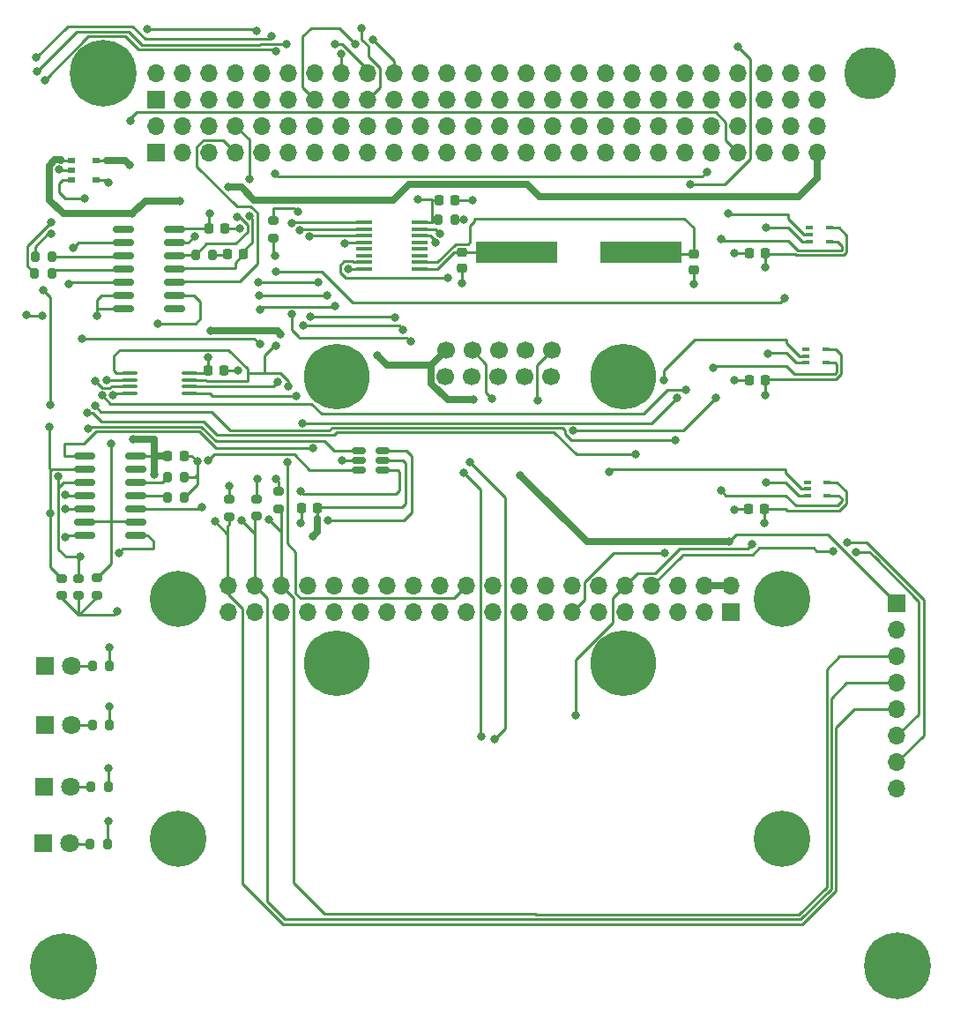
<source format=gtl>
%TF.GenerationSoftware,KiCad,Pcbnew,(6.0.5-0)*%
%TF.CreationDate,2022-05-22T21:55:59-04:00*%
%TF.ProjectId,Payload Board,5061796c-6f61-4642-9042-6f6172642e6b,rev?*%
%TF.SameCoordinates,Original*%
%TF.FileFunction,Copper,L1,Top*%
%TF.FilePolarity,Positive*%
%FSLAX46Y46*%
G04 Gerber Fmt 4.6, Leading zero omitted, Abs format (unit mm)*
G04 Created by KiCad (PCBNEW (6.0.5-0)) date 2022-05-22 21:55:59*
%MOMM*%
%LPD*%
G01*
G04 APERTURE LIST*
G04 Aperture macros list*
%AMRoundRect*
0 Rectangle with rounded corners*
0 $1 Rounding radius*
0 $2 $3 $4 $5 $6 $7 $8 $9 X,Y pos of 4 corners*
0 Add a 4 corners polygon primitive as box body*
4,1,4,$2,$3,$4,$5,$6,$7,$8,$9,$2,$3,0*
0 Add four circle primitives for the rounded corners*
1,1,$1+$1,$2,$3*
1,1,$1+$1,$4,$5*
1,1,$1+$1,$6,$7*
1,1,$1+$1,$8,$9*
0 Add four rect primitives between the rounded corners*
20,1,$1+$1,$2,$3,$4,$5,0*
20,1,$1+$1,$4,$5,$6,$7,0*
20,1,$1+$1,$6,$7,$8,$9,0*
20,1,$1+$1,$8,$9,$2,$3,0*%
G04 Aperture macros list end*
%TA.AperFunction,SMDPad,CuDef*%
%ADD10R,0.650000X0.400000*%
%TD*%
%TA.AperFunction,SMDPad,CuDef*%
%ADD11R,1.600000X0.410000*%
%TD*%
%TA.AperFunction,SMDPad,CuDef*%
%ADD12RoundRect,0.100000X-0.637500X-0.100000X0.637500X-0.100000X0.637500X0.100000X-0.637500X0.100000X0*%
%TD*%
%TA.AperFunction,SMDPad,CuDef*%
%ADD13RoundRect,0.150000X-0.825000X-0.150000X0.825000X-0.150000X0.825000X0.150000X-0.825000X0.150000X0*%
%TD*%
%TA.AperFunction,ComponentPad*%
%ADD14C,5.400000*%
%TD*%
%TA.AperFunction,ComponentPad*%
%ADD15R,1.700000X1.700000*%
%TD*%
%TA.AperFunction,ComponentPad*%
%ADD16O,1.700000X1.700000*%
%TD*%
%TA.AperFunction,ComponentPad*%
%ADD17C,1.700000*%
%TD*%
%TA.AperFunction,ComponentPad*%
%ADD18C,6.300000*%
%TD*%
%TA.AperFunction,SMDPad,CuDef*%
%ADD19R,7.875000X2.000000*%
%TD*%
%TA.AperFunction,SMDPad,CuDef*%
%ADD20RoundRect,0.200000X-0.200000X-0.275000X0.200000X-0.275000X0.200000X0.275000X-0.200000X0.275000X0*%
%TD*%
%TA.AperFunction,SMDPad,CuDef*%
%ADD21RoundRect,0.225000X0.225000X0.250000X-0.225000X0.250000X-0.225000X-0.250000X0.225000X-0.250000X0*%
%TD*%
%TA.AperFunction,SMDPad,CuDef*%
%ADD22RoundRect,0.225000X-0.250000X0.225000X-0.250000X-0.225000X0.250000X-0.225000X0.250000X0.225000X0*%
%TD*%
%TA.AperFunction,SMDPad,CuDef*%
%ADD23RoundRect,0.225000X-0.225000X-0.250000X0.225000X-0.250000X0.225000X0.250000X-0.225000X0.250000X0*%
%TD*%
%TA.AperFunction,SMDPad,CuDef*%
%ADD24RoundRect,0.200000X-0.275000X0.200000X-0.275000X-0.200000X0.275000X-0.200000X0.275000X0.200000X0*%
%TD*%
%TA.AperFunction,SMDPad,CuDef*%
%ADD25RoundRect,0.200000X0.275000X-0.200000X0.275000X0.200000X-0.275000X0.200000X-0.275000X-0.200000X0*%
%TD*%
%TA.AperFunction,SMDPad,CuDef*%
%ADD26RoundRect,0.200000X0.200000X0.275000X-0.200000X0.275000X-0.200000X-0.275000X0.200000X-0.275000X0*%
%TD*%
%TA.AperFunction,ComponentPad*%
%ADD27C,5.000000*%
%TD*%
%TA.AperFunction,ComponentPad*%
%ADD28C,6.400000*%
%TD*%
%TA.AperFunction,ComponentPad*%
%ADD29R,1.800000X1.800000*%
%TD*%
%TA.AperFunction,ComponentPad*%
%ADD30C,1.800000*%
%TD*%
%TA.AperFunction,SMDPad,CuDef*%
%ADD31R,0.700000X0.510000*%
%TD*%
%TA.AperFunction,SMDPad,CuDef*%
%ADD32RoundRect,0.150000X-0.512500X-0.150000X0.512500X-0.150000X0.512500X0.150000X-0.512500X0.150000X0*%
%TD*%
%TA.AperFunction,ViaPad*%
%ADD33C,0.800000*%
%TD*%
%TA.AperFunction,Conductor*%
%ADD34C,0.250000*%
%TD*%
%TA.AperFunction,Conductor*%
%ADD35C,0.635000*%
%TD*%
%TA.AperFunction,Conductor*%
%ADD36C,0.254000*%
%TD*%
G04 APERTURE END LIST*
D10*
%TO.P,U2,1,NC*%
%TO.N,unconnected-(U2-Pad1)*%
X128190000Y-75290000D03*
%TO.P,U2,2,A*%
%TO.N,BCM_22*%
X128190000Y-75940000D03*
%TO.P,U2,3,GND*%
%TO.N,GND*%
X128190000Y-76590000D03*
%TO.P,U2,4,y*%
%TO.N,H2_9*%
X130090000Y-76590000D03*
%TO.P,U2,5,Vcc*%
%TO.N,+3V3*%
X130090000Y-75290000D03*
%TD*%
%TO.P,U3,1,NC*%
%TO.N,unconnected-(U3-Pad1)*%
X127830000Y-86960000D03*
%TO.P,U3,2,A*%
%TO.N,BCM_27*%
X127830000Y-87610000D03*
%TO.P,U3,3,GND*%
%TO.N,GND*%
X127830000Y-88260000D03*
%TO.P,U3,4,y*%
%TO.N,H2_11*%
X129730000Y-88260000D03*
%TO.P,U3,5,Vcc*%
%TO.N,+3V3*%
X129730000Y-86960000D03*
%TD*%
D11*
%TO.P,U5,1,DIN*%
%TO.N,BCM_11_(SCLK)*%
X85435700Y-74777500D03*
%TO.P,U5,2,DOUT*%
%TO.N,BCM_9_(MISO)*%
X85435700Y-75412500D03*
%TO.P,U5,3,SCLK*%
%TO.N,BCM_10_(MOSI)*%
X85435700Y-76047500D03*
%TO.P,U5,4,\u002AC5*%
%TO.N,BCM_8_(CE0)*%
X85435700Y-76682500D03*
%TO.P,U5,5,NC*%
%TO.N,unconnected-(U5-Pad5)*%
X85435700Y-77317500D03*
%TO.P,U5,6,\u002AIRQ*%
%TO.N,unconnected-(U5-Pad6)*%
X85435700Y-77952500D03*
%TO.P,U5,7,\u002ASHDN*%
%TO.N,Net-(R5-Pad1)*%
X85435700Y-78587500D03*
%TO.P,U5,8,GND*%
%TO.N,GND*%
X85435700Y-79222500D03*
%TO.P,U5,9,X2*%
%TO.N,Net-(C4-Pad1)*%
X90744300Y-79222500D03*
%TO.P,U5,10,X1*%
%TO.N,Net-(C6-Pad1)*%
X90744300Y-78587500D03*
%TO.P,U5,11,\u002ACTS*%
%TO.N,unconnected-(U5-Pad11)*%
X90744300Y-77952500D03*
%TO.P,U5,12,NC*%
%TO.N,unconnected-(U5-Pad12)*%
X90744300Y-77317500D03*
%TO.P,U5,13,\u002ARTS*%
%TO.N,unconnected-(U5-Pad13)*%
X90744300Y-76682500D03*
%TO.P,U5,14,Rx*%
%TO.N,Rx*%
X90744300Y-76047500D03*
%TO.P,U5,15,Tx*%
%TO.N,Tx*%
X90744300Y-75412500D03*
%TO.P,U5,16,Vcc*%
%TO.N,+3V3*%
X90744300Y-74777500D03*
%TD*%
D12*
%TO.P,U6,1,1OE*%
%TO.N,BCM_25*%
X62877500Y-89245000D03*
%TO.P,U6,2,1A*%
%TO.N,BCM_2_(SDA)*%
X62877500Y-89895000D03*
%TO.P,U6,3,1B*%
%TO.N,H1_45*%
X62877500Y-90545000D03*
%TO.P,U6,4,GND*%
%TO.N,GND*%
X62877500Y-91195000D03*
%TO.P,U6,5,2A*%
%TO.N,BCM_3_(SCL)*%
X68602500Y-91195000D03*
%TO.P,U6,6,2B*%
%TO.N,H1_47*%
X68602500Y-90545000D03*
%TO.P,U6,7,2OE*%
%TO.N,BCM_25*%
X68602500Y-89895000D03*
%TO.P,U6,8,Vcc*%
%TO.N,+3V3*%
X68602500Y-89245000D03*
%TD*%
D13*
%TO.P,U8,1,NC*%
%TO.N,unconnected-(U8-Pad1)*%
X62285000Y-75450000D03*
%TO.P,U8,2,R*%
%TO.N,BCM_15_(RxD)*%
X62285000Y-76720000D03*
%TO.P,U8,3,RE*%
%TO.N,Net-(R6-Pad2)*%
X62285000Y-77990000D03*
%TO.P,U8,4,DE*%
%TO.N,Net-(R7-Pad2)*%
X62285000Y-79260000D03*
%TO.P,U8,5,D*%
%TO.N,BCM_14_(TxD)*%
X62285000Y-80530000D03*
%TO.P,U8,6,GND*%
%TO.N,GND*%
X62285000Y-81800000D03*
%TO.P,U8,7,GND*%
X62285000Y-83070000D03*
%TO.P,U8,8,NC*%
%TO.N,unconnected-(U8-Pad8)*%
X67235000Y-83070000D03*
%TO.P,U8,9,Y*%
%TO.N,H1_5*%
X67235000Y-81800000D03*
%TO.P,U8,10,Z*%
%TO.N,H1_7*%
X67235000Y-80530000D03*
%TO.P,U8,11,B*%
%TO.N,H1_8*%
X67235000Y-79260000D03*
%TO.P,U8,12,A*%
%TO.N,H1_6*%
X67235000Y-77990000D03*
%TO.P,U8,13,Vcc*%
%TO.N,+3V3*%
X67235000Y-76720000D03*
%TO.P,U8,14,Vcc*%
X67235000Y-75450000D03*
%TD*%
D14*
%TO.P,U1,*%
%TO.N,*%
X125500000Y-133950000D03*
X67500000Y-110950000D03*
X67500000Y-133950000D03*
X125500000Y-110950000D03*
D15*
%TO.P,U1,1,3V3_power*%
%TO.N,+3V3*%
X120630000Y-112220000D03*
D16*
%TO.P,U1,2,5vV_Power*%
%TO.N,+5V*%
X120630000Y-109680000D03*
%TO.P,U1,3,BCM_2_(SDA)*%
%TO.N,BCM_2_(SDA)*%
X118090000Y-112220000D03*
%TO.P,U1,4,5vV_Power*%
%TO.N,+5V*%
X118090000Y-109680000D03*
%TO.P,U1,5,BCM_3_(SCL)*%
%TO.N,BCM_3_(SCL)*%
X115550000Y-112220000D03*
%TO.P,U1,6,GND*%
%TO.N,GND*%
X115550000Y-109680000D03*
%TO.P,U1,7,BCM_4_(GPCLKO)*%
%TO.N,unconnected-(U1-Pad7)*%
X113010000Y-112220000D03*
%TO.P,U1,8,BCM_14_(TxD)*%
%TO.N,BCM_14_(TxD)*%
X113010000Y-109680000D03*
%TO.P,U1,9,GND*%
%TO.N,GND*%
X110470000Y-112220000D03*
%TO.P,U1,10,BCM_15_(RxD)*%
%TO.N,BCM_15_(RxD)*%
X110470000Y-109680000D03*
%TO.P,U1,11,BCM_17*%
%TO.N,BCM_17*%
X107930000Y-112220000D03*
%TO.P,U1,12,BCM_18_(PWMO)*%
%TO.N,unconnected-(U1-Pad12)*%
X107930000Y-109680000D03*
%TO.P,U1,13,BCM_27*%
%TO.N,BCM_27*%
X105390000Y-112220000D03*
%TO.P,U1,14,GND*%
%TO.N,GND*%
X105390000Y-109680000D03*
%TO.P,U1,15,BCM_22*%
%TO.N,BCM_22*%
X102850000Y-112220000D03*
%TO.P,U1,16,BCM_23*%
%TO.N,BCM_23*%
X102850000Y-109680000D03*
%TO.P,U1,17,3V3_power*%
%TO.N,+3V3*%
X100310000Y-112220000D03*
%TO.P,U1,18,BCM_24*%
%TO.N,unconnected-(U1-Pad18)*%
X100310000Y-109680000D03*
%TO.P,U1,19,BCM_10_(MOSI)*%
%TO.N,BCM_10_(MOSI)*%
X97770000Y-112220000D03*
%TO.P,U1,20,GND*%
%TO.N,GND*%
X97770000Y-109680000D03*
%TO.P,U1,21,BCM_9_(MISO)*%
%TO.N,BCM_9_(MISO)*%
X95230000Y-112220000D03*
%TO.P,U1,22,BCM_25*%
%TO.N,BCM_25*%
X95230000Y-109680000D03*
%TO.P,U1,23,BCM_11_(SCLK)*%
%TO.N,BCM_11_(SCLK)*%
X92690000Y-112220000D03*
%TO.P,U1,24,BCM_8_(CE0)*%
%TO.N,BCM_8_(CE0)*%
X92690000Y-109680000D03*
%TO.P,U1,25,GND*%
%TO.N,GND*%
X90150000Y-112220000D03*
%TO.P,U1,26,BCM_7_(CE1)*%
%TO.N,unconnected-(U1-Pad26)*%
X90150000Y-109680000D03*
%TO.P,U1,27,BCM_0_(ID_SD)*%
%TO.N,unconnected-(U1-Pad27)*%
X87610000Y-112220000D03*
%TO.P,U1,28,BCN_l_(ID_SC)*%
%TO.N,unconnected-(U1-Pad28)*%
X87610000Y-109680000D03*
%TO.P,U1,29,BCM_5*%
%TO.N,unconnected-(U1-Pad29)*%
X85070000Y-112220000D03*
%TO.P,U1,30,GND*%
%TO.N,GND*%
X85070000Y-109680000D03*
%TO.P,U1,31,BCM_6*%
%TO.N,unconnected-(U1-Pad31)*%
X82530000Y-112220000D03*
%TO.P,U1,32,BCM_12_(PWM0)*%
%TO.N,unconnected-(U1-Pad32)*%
X82530000Y-109680000D03*
%TO.P,U1,33,BCM_13_(PWM1)*%
%TO.N,unconnected-(U1-Pad33)*%
X79990000Y-112220000D03*
%TO.P,U1,34,GND*%
%TO.N,unconnected-(U1-Pad34)*%
X79990000Y-109680000D03*
%TO.P,U1,35,BCM_19_(MISO)*%
%TO.N,unconnected-(U1-Pad35)*%
X77450000Y-112220000D03*
%TO.P,U1,36,BCM_16*%
%TO.N,H2_14*%
X77450000Y-109680000D03*
%TO.P,U1,37,BCM_26*%
%TO.N,unconnected-(U1-Pad37)*%
X74910000Y-112220000D03*
%TO.P,U1,38,BCM_20_(MOSI)*%
%TO.N,H2_12*%
X74910000Y-109680000D03*
%TO.P,U1,39,GND*%
%TO.N,GND*%
X72370000Y-112220000D03*
%TO.P,U1,40,BCM_21_(SCLK)*%
%TO.N,H2_10*%
X72370000Y-109680000D03*
%TD*%
D17*
%TO.P,U7,*%
%TO.N,*%
X103380000Y-89590000D03*
X93220000Y-89590000D03*
X100840000Y-89590000D03*
D18*
X110280000Y-117090000D03*
X110280000Y-89590000D03*
D17*
X95760000Y-89590000D03*
D18*
X82780000Y-117090000D03*
D17*
X98300000Y-89590000D03*
D18*
X82780000Y-89590000D03*
D17*
%TO.P,U7,1,+5v*%
%TO.N,+5V*%
X93258334Y-87072480D03*
%TO.P,U7,2,Tx*%
%TO.N,Rx*%
X95798334Y-87072480D03*
%TO.P,U7,3,Rx*%
%TO.N,Tx*%
X98338334Y-87072480D03*
%TO.P,U7,4,GND*%
%TO.N,GND*%
X100878334Y-87072480D03*
%TO.P,U7,5,RST*%
%TO.N,BCM_23*%
X103418334Y-87072480D03*
%TD*%
D19*
%TO.P,Y1,1,1*%
%TO.N,Net-(C4-Pad1)*%
X100082500Y-77660000D03*
%TO.P,Y1,2,2*%
%TO.N,Net-(C6-Pad1)*%
X111957500Y-77660000D03*
%TD*%
D20*
%TO.P,R6,1*%
%TO.N,GND*%
X53795000Y-78040000D03*
%TO.P,R6,2*%
%TO.N,Net-(R6-Pad2)*%
X55445000Y-78040000D03*
%TD*%
D21*
%TO.P,C1,1*%
%TO.N,+3V3*%
X123945000Y-77750000D03*
%TO.P,C1,2*%
%TO.N,GND*%
X122395000Y-77750000D03*
%TD*%
%TO.P,C2,1*%
%TO.N,+3V3*%
X123915000Y-89920000D03*
%TO.P,C2,2*%
%TO.N,GND*%
X122365000Y-89920000D03*
%TD*%
%TO.P,C3,1*%
%TO.N,+3V3*%
X123835000Y-102290000D03*
%TO.P,C3,2*%
%TO.N,GND*%
X122285000Y-102290000D03*
%TD*%
D22*
%TO.P,C4,1*%
%TO.N,Net-(C4-Pad1)*%
X94830000Y-77645000D03*
%TO.P,C4,2*%
%TO.N,GND*%
X94830000Y-79195000D03*
%TD*%
D23*
%TO.P,C5,1*%
%TO.N,+3V3*%
X70405000Y-88980000D03*
%TO.P,C5,2*%
%TO.N,GND*%
X71955000Y-88980000D03*
%TD*%
D22*
%TO.P,C6,1*%
%TO.N,Net-(C6-Pad1)*%
X117030000Y-77795000D03*
%TO.P,C6,2*%
%TO.N,GND*%
X117030000Y-79345000D03*
%TD*%
D21*
%TO.P,C7,1*%
%TO.N,GND*%
X72060000Y-75350000D03*
%TO.P,C7,2*%
%TO.N,+3V3*%
X70510000Y-75350000D03*
%TD*%
D23*
%TO.P,C8,1*%
%TO.N,Net-(C8-Pad1)*%
X72295000Y-77850000D03*
%TO.P,C8,2*%
%TO.N,H1_8*%
X73845000Y-77850000D03*
%TD*%
D24*
%TO.P,R1,1*%
%TO.N,+3V3*%
X72440000Y-101355000D03*
%TO.P,R1,2*%
%TO.N,H2_10*%
X72440000Y-103005000D03*
%TD*%
D25*
%TO.P,R2,1*%
%TO.N,H2_12*%
X75090000Y-102985000D03*
%TO.P,R2,2*%
%TO.N,+3V3*%
X75090000Y-101335000D03*
%TD*%
%TO.P,R3,1*%
%TO.N,H2_14*%
X77210000Y-102265000D03*
%TO.P,R3,2*%
%TO.N,+3V3*%
X77210000Y-100615000D03*
%TD*%
D24*
%TO.P,R4,1*%
%TO.N,+3V3*%
X76693334Y-74597480D03*
%TO.P,R4,2*%
%TO.N,BCM_25*%
X76693334Y-76247480D03*
%TD*%
D26*
%TO.P,R5,1*%
%TO.N,Net-(R5-Pad1)*%
X94130000Y-74470000D03*
%TO.P,R5,2*%
%TO.N,+3V3*%
X92480000Y-74470000D03*
%TD*%
D20*
%TO.P,R7,1*%
%TO.N,+3V3*%
X53775000Y-79640000D03*
%TO.P,R7,2*%
%TO.N,Net-(R7-Pad2)*%
X55425000Y-79640000D03*
%TD*%
%TO.P,R8,1*%
%TO.N,H1_6*%
X69205000Y-77860000D03*
%TO.P,R8,2*%
%TO.N,Net-(C8-Pad1)*%
X70855000Y-77860000D03*
%TD*%
D15*
%TO.P,J1,1,Pin_1*%
%TO.N,+5V*%
X136580000Y-111370000D03*
D16*
%TO.P,J1,2,Pin_2*%
%TO.N,+3V3*%
X136580000Y-113910000D03*
%TO.P,J1,3,Pin_3*%
%TO.N,H2_14*%
X136580000Y-116450000D03*
%TO.P,J1,4,Pin_4*%
%TO.N,H2_12*%
X136580000Y-118990000D03*
%TO.P,J1,5,Pin_5*%
%TO.N,H2_10*%
X136580000Y-121530000D03*
%TO.P,J1,6,Pin_6*%
%TO.N,BCM_14_(TxD)*%
X136580000Y-124070000D03*
%TO.P,J1,7,Pin_7*%
%TO.N,BCM_15_(RxD)*%
X136580000Y-126610000D03*
%TO.P,J1,8,Pin_8*%
%TO.N,GND*%
X136580000Y-129150000D03*
%TD*%
D15*
%TO.P,H1,1,Pin_1*%
%TO.N,unconnected-(H1-Pad1)*%
X65448128Y-68081662D03*
D16*
%TO.P,H1,2,Pin_2*%
%TO.N,unconnected-(H1-Pad2)*%
X65448128Y-65541662D03*
%TO.P,H1,3,Pin_3*%
%TO.N,unconnected-(H1-Pad3)*%
X67988128Y-68081662D03*
%TO.P,H1,4,Pin_4*%
%TO.N,unconnected-(H1-Pad4)*%
X67988128Y-65531662D03*
%TO.P,H1,5,Pin_5*%
%TO.N,H1_5*%
X70528128Y-68081662D03*
%TO.P,H1,6,Pin_6*%
%TO.N,H1_6*%
X70528128Y-65531662D03*
%TO.P,H1,7,Pin_7*%
%TO.N,H1_7*%
X73068128Y-68081662D03*
%TO.P,H1,8,Pin_8*%
%TO.N,H1_8*%
X73068128Y-65531662D03*
%TO.P,H1,9,Pin_9*%
%TO.N,unconnected-(H1-Pad9)*%
X75608128Y-68081662D03*
%TO.P,H1,10,Pin_10*%
%TO.N,unconnected-(H1-Pad10)*%
X75608128Y-65531662D03*
%TO.P,H1,11,Pin_11*%
%TO.N,unconnected-(H1-Pad11)*%
X78148128Y-68081662D03*
%TO.P,H1,12,Pin_12*%
%TO.N,unconnected-(H1-Pad12)*%
X78148128Y-65531662D03*
%TO.P,H1,13,Pin_13*%
%TO.N,GND*%
X80688128Y-68081662D03*
%TO.P,H1,14,Pin_14*%
%TO.N,unconnected-(H1-Pad14)*%
X80688128Y-65531662D03*
%TO.P,H1,15,Pin_15*%
%TO.N,unconnected-(H1-Pad15)*%
X83228128Y-68081662D03*
%TO.P,H1,16,Pin_16*%
%TO.N,unconnected-(H1-Pad16)*%
X83228128Y-65531662D03*
%TO.P,H1,17,Pin_17*%
%TO.N,unconnected-(H1-Pad17)*%
X85768128Y-68081662D03*
%TO.P,H1,18,Pin_18*%
%TO.N,unconnected-(H1-Pad18)*%
X85768128Y-65531662D03*
%TO.P,H1,19,Pin_19*%
%TO.N,unconnected-(H1-Pad19)*%
X88308128Y-68081662D03*
%TO.P,H1,20,Pin_20*%
%TO.N,unconnected-(H1-Pad20)*%
X88308128Y-65531662D03*
%TO.P,H1,21,Pin_21*%
%TO.N,unconnected-(H1-Pad21)*%
X90848128Y-68081662D03*
%TO.P,H1,22,Pin_22*%
%TO.N,unconnected-(H1-Pad22)*%
X90848128Y-65531662D03*
%TO.P,H1,23,Pin_23*%
%TO.N,unconnected-(H1-Pad23)*%
X93388128Y-68081662D03*
%TO.P,H1,24,Pin_24*%
%TO.N,unconnected-(H1-Pad24)*%
X93388128Y-65531662D03*
%TO.P,H1,25,Pin_25*%
%TO.N,unconnected-(H1-Pad25)*%
X95928128Y-68081662D03*
%TO.P,H1,26,Pin_26*%
%TO.N,unconnected-(H1-Pad26)*%
X95928128Y-65531662D03*
%TO.P,H1,27,Pin_27*%
%TO.N,unconnected-(H1-Pad27)*%
X98468128Y-68081662D03*
%TO.P,H1,28,Pin_28*%
%TO.N,unconnected-(H1-Pad28)*%
X98468128Y-65531662D03*
%TO.P,H1,29,Pin_29*%
%TO.N,unconnected-(H1-Pad29)*%
X101008128Y-68081662D03*
%TO.P,H1,30,Pin_30*%
%TO.N,unconnected-(H1-Pad30)*%
X101008128Y-65531662D03*
%TO.P,H1,31,Pin_31*%
%TO.N,unconnected-(H1-Pad31)*%
X103548128Y-68081662D03*
%TO.P,H1,32,Pin_32*%
%TO.N,unconnected-(H1-Pad32)*%
X103548128Y-65531662D03*
%TO.P,H1,33,Pin_33*%
%TO.N,unconnected-(H1-Pad33)*%
X106088128Y-68081662D03*
%TO.P,H1,34,Pin_34*%
%TO.N,unconnected-(H1-Pad34)*%
X106088128Y-65531662D03*
%TO.P,H1,35,Pin_35*%
%TO.N,unconnected-(H1-Pad35)*%
X108628128Y-68081662D03*
%TO.P,H1,36,Pin_36*%
%TO.N,unconnected-(H1-Pad36)*%
X108628128Y-65531662D03*
%TO.P,H1,37,Pin_37*%
%TO.N,unconnected-(H1-Pad37)*%
X111168128Y-68081662D03*
%TO.P,H1,38,Pin_38*%
%TO.N,unconnected-(H1-Pad38)*%
X111168128Y-65531662D03*
%TO.P,H1,39,Pin_39*%
%TO.N,unconnected-(H1-Pad39)*%
X113708128Y-68081662D03*
%TO.P,H1,40,Pin_40*%
%TO.N,unconnected-(H1-Pad40)*%
X113708128Y-65531662D03*
%TO.P,H1,41,Pin_41*%
%TO.N,unconnected-(H1-Pad41)*%
X116248128Y-68081662D03*
%TO.P,H1,42,Pin_42*%
%TO.N,GND*%
X116248128Y-65531662D03*
%TO.P,H1,43,Pin_43*%
%TO.N,unconnected-(H1-Pad43)*%
X118788128Y-68081662D03*
%TO.P,H1,44,Pin_44*%
%TO.N,unconnected-(H1-Pad44)*%
X118788128Y-65531662D03*
%TO.P,H1,45,Pin_45*%
%TO.N,H1_45*%
X121328128Y-68081662D03*
%TO.P,H1,46,Pin_46*%
%TO.N,GND*%
X121328128Y-65531662D03*
%TO.P,H1,47,Pin_47*%
%TO.N,H1_47*%
X123868128Y-68081662D03*
%TO.P,H1,48,Pin_48*%
%TO.N,unconnected-(H1-Pad48)*%
X123868128Y-65531662D03*
%TO.P,H1,49,Pin_49*%
%TO.N,unconnected-(H1-Pad49)*%
X126408128Y-68081662D03*
%TO.P,H1,50,Pin_50*%
%TO.N,GND*%
X126408128Y-65531662D03*
%TO.P,H1,51,Pin_51*%
%TO.N,5v_IC_power*%
X128948128Y-68081662D03*
%TO.P,H1,52,Pin_52*%
%TO.N,unconnected-(H1-Pad52)*%
X128948128Y-65531662D03*
%TD*%
D15*
%TO.P,H2,1,Pin_1*%
%TO.N,unconnected-(H2-Pad1)*%
X65448128Y-63001662D03*
D16*
%TO.P,H2,2,Pin_2*%
%TO.N,GND*%
X65448128Y-60461662D03*
%TO.P,H2,3,Pin_3*%
%TO.N,unconnected-(H2-Pad3)*%
X67988128Y-63001662D03*
%TO.P,H2,4,Pin_4*%
%TO.N,unconnected-(H2-Pad4)*%
X67988128Y-60451662D03*
%TO.P,H2,5,Pin_5*%
%TO.N,unconnected-(H2-Pad5)*%
X70528128Y-63001662D03*
%TO.P,H2,6,Pin_6*%
%TO.N,unconnected-(H2-Pad6)*%
X70528128Y-60451662D03*
%TO.P,H2,7,Pin_7*%
%TO.N,unconnected-(H2-Pad7)*%
X73068128Y-63001662D03*
%TO.P,H2,8,Pin_8*%
%TO.N,unconnected-(H2-Pad8)*%
X73068128Y-60451662D03*
%TO.P,H2,9,Pin_9*%
%TO.N,H2_9*%
X75608128Y-63001662D03*
%TO.P,H2,10,Pin_10*%
%TO.N,H2_10*%
X75608128Y-60451662D03*
%TO.P,H2,11,Pin_11*%
%TO.N,H2_11*%
X78148128Y-63001662D03*
%TO.P,H2,12,Pin_12*%
%TO.N,H2_12*%
X78148128Y-60451662D03*
%TO.P,H2,13,Pin_13*%
%TO.N,H2_13*%
X80688128Y-63001662D03*
%TO.P,H2,14,Pin_14*%
%TO.N,H2_14*%
X80688128Y-60451662D03*
%TO.P,H2,15,Pin_15*%
%TO.N,GND*%
X83228128Y-63001662D03*
%TO.P,H2,16,Pin_16*%
%TO.N,H2_16*%
X83228128Y-60451662D03*
%TO.P,H2,17,Pin_17*%
%TO.N,H2_17*%
X85768128Y-63001662D03*
%TO.P,H2,18,Pin_18*%
%TO.N,H2_18*%
X85768128Y-60451662D03*
%TO.P,H2,19,Pin_19*%
%TO.N,unconnected-(H2-Pad19)*%
X88308128Y-63001662D03*
%TO.P,H2,20,Pin_20*%
%TO.N,H2_20*%
X88308128Y-60451662D03*
%TO.P,H2,21,Pin_21*%
%TO.N,unconnected-(H2-Pad21)*%
X90848128Y-63001662D03*
%TO.P,H2,22,Pin_22*%
%TO.N,unconnected-(H2-Pad22)*%
X90848128Y-60451662D03*
%TO.P,H2,23,Pin_23*%
%TO.N,unconnected-(H2-Pad23)*%
X93388128Y-63001662D03*
%TO.P,H2,24,Pin_24*%
%TO.N,unconnected-(H2-Pad24)*%
X93388128Y-60451662D03*
%TO.P,H2,25,Pin_25*%
%TO.N,unconnected-(H2-Pad25)*%
X95928128Y-63001662D03*
%TO.P,H2,26,Pin_26*%
%TO.N,unconnected-(H2-Pad26)*%
X95928128Y-60451662D03*
%TO.P,H2,27,Pin_27*%
%TO.N,unconnected-(H2-Pad27)*%
X98468128Y-63001662D03*
%TO.P,H2,28,Pin_28*%
%TO.N,unconnected-(H2-Pad28)*%
X98468128Y-60451662D03*
%TO.P,H2,29,Pin_29*%
%TO.N,GND*%
X101008128Y-63001662D03*
%TO.P,H2,30,Pin_30*%
X101008128Y-60451662D03*
%TO.P,H2,31,Pin_31*%
X103548128Y-63001662D03*
%TO.P,H2,32,Pin_32*%
X103548128Y-60451662D03*
%TO.P,H2,33,Pin_33*%
%TO.N,unconnected-(H2-Pad33)*%
X106088128Y-63001662D03*
%TO.P,H2,34,Pin_34*%
%TO.N,unconnected-(H2-Pad34)*%
X106088128Y-60451662D03*
%TO.P,H2,35,Pin_35*%
%TO.N,unconnected-(H2-Pad35)*%
X108628128Y-63001662D03*
%TO.P,H2,36,Pin_36*%
%TO.N,unconnected-(H2-Pad36)*%
X108628128Y-60451662D03*
%TO.P,H2,37,Pin_37*%
%TO.N,unconnected-(H2-Pad37)*%
X111168128Y-63001662D03*
%TO.P,H2,38,Pin_38*%
%TO.N,unconnected-(H2-Pad38)*%
X111168128Y-60451662D03*
%TO.P,H2,39,Pin_39*%
%TO.N,unconnected-(H2-Pad39)*%
X113708128Y-63001662D03*
%TO.P,H2,40,Pin_40*%
%TO.N,unconnected-(H2-Pad40)*%
X113708128Y-60451662D03*
%TO.P,H2,41,Pin_41*%
%TO.N,unconnected-(H2-Pad41)*%
X116248128Y-63001662D03*
%TO.P,H2,42,Pin_42*%
%TO.N,unconnected-(H2-Pad42)*%
X116248128Y-60451662D03*
%TO.P,H2,43,Pin_43*%
%TO.N,unconnected-(H2-Pad43)*%
X118788128Y-63001662D03*
%TO.P,H2,44,Pin_44*%
%TO.N,unconnected-(H2-Pad44)*%
X118788128Y-60451662D03*
%TO.P,H2,45,Pin_45*%
%TO.N,unconnected-(H2-Pad45)*%
X121328128Y-63001662D03*
%TO.P,H2,46,Pin_46*%
%TO.N,unconnected-(H2-Pad46)*%
X121328128Y-60451662D03*
%TO.P,H2,47,Pin_47*%
%TO.N,unconnected-(H2-Pad47)*%
X123868128Y-63001662D03*
%TO.P,H2,48,Pin_48*%
%TO.N,unconnected-(H2-Pad48)*%
X123868128Y-60451662D03*
%TO.P,H2,49,Pin_49*%
%TO.N,unconnected-(H2-Pad49)*%
X126408128Y-63001662D03*
%TO.P,H2,50,Pin_50*%
%TO.N,unconnected-(H2-Pad50)*%
X126408128Y-60451662D03*
%TO.P,H2,51,Pin_51*%
%TO.N,unconnected-(H2-Pad51)*%
X128948128Y-63001662D03*
%TO.P,H2,52,Pin_52*%
%TO.N,unconnected-(H2-Pad52)*%
X128948128Y-60451662D03*
%TD*%
D23*
%TO.P,C9,1*%
%TO.N,+3V3*%
X92605000Y-72620000D03*
%TO.P,C9,2*%
%TO.N,GND*%
X94155000Y-72620000D03*
%TD*%
D27*
%TO.P,REF\u002A\u002A,*%
%TO.N,GND*%
X134028128Y-60461662D03*
%TD*%
D28*
%TO.P,REF\u002A\u002A,*%
%TO.N,GND*%
X60368128Y-60461662D03*
%TD*%
D29*
%TO.P,D3,1,K*%
%TO.N,Tx*%
X54673334Y-128972480D03*
D30*
%TO.P,D3,2,A*%
%TO.N,Net-(D3-Pad2)*%
X57213334Y-128972480D03*
%TD*%
D28*
%TO.P,REF\u002A\u002A,*%
%TO.N,GND*%
X56558128Y-146186662D03*
%TD*%
D26*
%TO.P,R13,1*%
%TO.N,GND*%
X68153334Y-101172480D03*
%TO.P,R13,2*%
%TO.N,Net-(R13-Pad2)*%
X66503334Y-101172480D03*
%TD*%
D25*
%TO.P,R17,1*%
%TO.N,5v_IC_power*%
X59738334Y-110557480D03*
%TO.P,R17,2*%
%TO.N,H2_20*%
X59738334Y-108907480D03*
%TD*%
D10*
%TO.P,U4,1,NC*%
%TO.N,unconnected-(U4-Pad1)*%
X127968334Y-99712480D03*
%TO.P,U4,2,A*%
%TO.N,BCM_17*%
X127968334Y-100362480D03*
%TO.P,U4,3,GND*%
%TO.N,GND*%
X127968334Y-101012480D03*
%TO.P,U4,4,y*%
%TO.N,H2_13*%
X129868334Y-101012480D03*
%TO.P,U4,5,Vcc*%
%TO.N,+3V3*%
X129868334Y-99712480D03*
%TD*%
D31*
%TO.P,IC1,1,IN*%
%TO.N,5v_IC_power*%
X57308334Y-68802480D03*
%TO.P,IC1,2,GND*%
%TO.N,GND*%
X57308334Y-69752480D03*
%TO.P,IC1,3,EN*%
%TO.N,Net-(IC1-Pad3)*%
X57308334Y-70702480D03*
%TO.P,IC1,4,~{OC}*%
%TO.N,H2_17*%
X59628334Y-70702480D03*
%TO.P,IC1,5,OUT*%
%TO.N,+5V*%
X59628334Y-68802480D03*
%TD*%
D24*
%TO.P,R16,1*%
%TO.N,H2_18*%
X57988334Y-108947480D03*
%TO.P,R16,2*%
%TO.N,5v_IC_power*%
X57988334Y-110597480D03*
%TD*%
D21*
%TO.P,C11,1*%
%TO.N,5v_IC_power*%
X80923334Y-102162480D03*
%TO.P,C11,2*%
%TO.N,GND*%
X79373334Y-102162480D03*
%TD*%
D26*
%TO.P,R9,1*%
%TO.N,+3V3*%
X60938334Y-117352480D03*
%TO.P,R9,2*%
%TO.N,Net-(D1-Pad2)*%
X59288334Y-117352480D03*
%TD*%
D29*
%TO.P,D1,1,K*%
%TO.N,BCM_14_(TxD)*%
X54773334Y-117322480D03*
D30*
%TO.P,D1,2,A*%
%TO.N,Net-(D1-Pad2)*%
X57313334Y-117322480D03*
%TD*%
D32*
%TO.P,U10,1*%
%TO.N,Net-(U10-Pad1)*%
X84930834Y-96672480D03*
%TO.P,U10,2,GND*%
%TO.N,GND*%
X84930834Y-97622480D03*
%TO.P,U10,3*%
%TO.N,Net-(U10-Pad3)*%
X84930834Y-98572480D03*
%TO.P,U10,4*%
%TO.N,Net-(IC1-Pad3)*%
X87205834Y-98572480D03*
%TO.P,U10,5,VCC*%
%TO.N,5v_IC_power*%
X87205834Y-97622480D03*
%TO.P,U10,6*%
%TO.N,Net-(U10-Pad6)*%
X87205834Y-96672480D03*
%TD*%
D26*
%TO.P,R11,1*%
%TO.N,+3V3*%
X60813334Y-128962480D03*
%TO.P,R11,2*%
%TO.N,Net-(D3-Pad2)*%
X59163334Y-128962480D03*
%TD*%
%TO.P,R12,1*%
%TO.N,+3V3*%
X60753334Y-134442480D03*
%TO.P,R12,2*%
%TO.N,Net-(D4-Pad2)*%
X59103334Y-134442480D03*
%TD*%
D24*
%TO.P,R15,1*%
%TO.N,H2_16*%
X56388334Y-108947480D03*
%TO.P,R15,2*%
%TO.N,5v_IC_power*%
X56388334Y-110597480D03*
%TD*%
D28*
%TO.P,REF\u002A\u002A,*%
%TO.N,GND*%
X136603128Y-146126662D03*
%TD*%
D26*
%TO.P,R10,1*%
%TO.N,+3V3*%
X60953334Y-123022480D03*
%TO.P,R10,2*%
%TO.N,Net-(D2-Pad2)*%
X59303334Y-123022480D03*
%TD*%
%TO.P,R14,1*%
%TO.N,GND*%
X68133334Y-99232480D03*
%TO.P,R14,2*%
%TO.N,Net-(R14-Pad2)*%
X66483334Y-99232480D03*
%TD*%
D13*
%TO.P,U9,1*%
%TO.N,Net-(U10-Pad6)*%
X58533334Y-97182480D03*
%TO.P,U9,2*%
%TO.N,H2_16*%
X58533334Y-98452480D03*
%TO.P,U9,3*%
%TO.N,H2_18*%
X58533334Y-99722480D03*
%TO.P,U9,4*%
%TO.N,Net-(U10-Pad1)*%
X58533334Y-100992480D03*
%TO.P,U9,5*%
%TO.N,H2_16*%
X58533334Y-102262480D03*
%TO.P,U9,6*%
%TO.N,H2_20*%
X58533334Y-103532480D03*
%TO.P,U9,7,GND*%
%TO.N,GND*%
X58533334Y-104802480D03*
%TO.P,U9,8*%
%TO.N,H2_18*%
X63483334Y-104802480D03*
%TO.P,U9,9*%
%TO.N,H2_20*%
X63483334Y-103532480D03*
%TO.P,U9,10*%
%TO.N,Net-(U10-Pad3)*%
X63483334Y-102262480D03*
%TO.P,U9,11*%
%TO.N,Net-(R13-Pad2)*%
X63483334Y-100992480D03*
%TO.P,U9,12*%
%TO.N,Net-(R14-Pad2)*%
X63483334Y-99722480D03*
%TO.P,U9,13*%
%TO.N,unconnected-(U9-Pad13)*%
X63483334Y-98452480D03*
%TO.P,U9,14,VCC*%
%TO.N,5v_IC_power*%
X63483334Y-97182480D03*
%TD*%
D29*
%TO.P,D2,1,K*%
%TO.N,BCM_15_(RxD)*%
X54743334Y-123062480D03*
D30*
%TO.P,D2,2,A*%
%TO.N,Net-(D2-Pad2)*%
X57283334Y-123062480D03*
%TD*%
D23*
%TO.P,C10,1*%
%TO.N,5v_IC_power*%
X66553334Y-97162480D03*
%TO.P,C10,2*%
%TO.N,GND*%
X68103334Y-97162480D03*
%TD*%
D29*
%TO.P,D4,1,K*%
%TO.N,Rx*%
X54593334Y-134412480D03*
D30*
%TO.P,D4,2,A*%
%TO.N,Net-(D4-Pad2)*%
X57133334Y-134412480D03*
%TD*%
D33*
%TO.N,GND*%
X124050000Y-99730000D03*
X56718323Y-105002480D03*
X79288334Y-103622480D03*
X59740000Y-83730000D03*
X94830000Y-80630000D03*
X83840000Y-79220000D03*
X61247154Y-91359422D03*
X120980000Y-102340000D03*
X117060000Y-80680000D03*
X124150000Y-87350000D03*
X56108334Y-69712480D03*
X83268334Y-97622480D03*
X95780000Y-72620000D03*
X120950000Y-77750000D03*
X69428334Y-97752480D03*
X73280000Y-88970000D03*
X55332834Y-75872480D03*
X124020000Y-75260000D03*
X120940000Y-89960000D03*
X73470000Y-75350000D03*
%TO.N,+3V3*%
X79018334Y-73772480D03*
X76964500Y-99402480D03*
X123900000Y-79080000D03*
X123890000Y-91360000D03*
X60858334Y-127202480D03*
X60818334Y-132262480D03*
X69140000Y-76090000D03*
X60948334Y-121212480D03*
X60948334Y-115572480D03*
X55332834Y-74772480D03*
X70550000Y-73950000D03*
X90610000Y-72590000D03*
X72440000Y-100050000D03*
X123880000Y-103600000D03*
X75150000Y-99390000D03*
X70390000Y-87730000D03*
%TO.N,H1_8*%
X74362548Y-70597242D03*
X74373949Y-74155641D03*
%TO.N,Tx*%
X94978334Y-98772480D03*
X92681678Y-75833803D03*
X96658334Y-124142480D03*
%TO.N,Rx*%
X95578334Y-97784500D03*
X97708334Y-91672480D03*
X92260000Y-76740000D03*
X97978334Y-124362480D03*
%TO.N,H1_5*%
X65608334Y-84463480D03*
%TO.N,BCM_23*%
X102060000Y-91850000D03*
%TO.N,H1_45*%
X59600000Y-90040000D03*
X62988334Y-65012480D03*
%TO.N,Net-(U10-Pad6)*%
X81938334Y-103352480D03*
X80488334Y-96456980D03*
%TO.N,Net-(U10-Pad1)*%
X58888334Y-94592480D03*
X56738334Y-100962480D03*
%TO.N,Net-(R5-Pad1)*%
X93420000Y-80120000D03*
X95010000Y-74530000D03*
%TO.N,H1_47*%
X76918334Y-79482480D03*
X125768334Y-82012480D03*
X77108334Y-90102480D03*
%TO.N,5v_IC_power*%
X63168334Y-73922480D03*
X80518334Y-104922480D03*
X65268334Y-98947480D03*
X72325541Y-71337815D03*
X61668334Y-112122480D03*
X63243334Y-95622480D03*
X67668334Y-72722480D03*
%TO.N,H2_9*%
X119690000Y-76410000D03*
X76880000Y-70140000D03*
X118310000Y-69910000D03*
%TO.N,H2_10*%
X71060000Y-103470000D03*
X75260000Y-80550000D03*
X81040000Y-80550000D03*
%TO.N,H2_11*%
X118965000Y-88740000D03*
%TO.N,H2_12*%
X73650000Y-103410000D03*
X81810000Y-81790000D03*
X75310000Y-81810000D03*
%TO.N,H2_13*%
X116698629Y-71129500D03*
X84589269Y-57678880D03*
X119725000Y-100540000D03*
X121293334Y-57897480D03*
%TO.N,H2_14*%
X82620000Y-82830000D03*
X75388334Y-83142480D03*
X76240000Y-103330000D03*
%TO.N,H2_16*%
X55258334Y-102712480D03*
X76948334Y-58352480D03*
X83218334Y-58552161D03*
X55168334Y-94412480D03*
X56718334Y-102272480D03*
X54720480Y-61124898D03*
%TO.N,H2_17*%
X60878334Y-70982480D03*
X85193334Y-56178969D03*
X75068334Y-56397980D03*
X64598334Y-56222480D03*
%TO.N,H2_18*%
X82616551Y-57627980D03*
X61832834Y-106522480D03*
X77928334Y-57627980D03*
X58128334Y-106892480D03*
X56012834Y-99176980D03*
X54543334Y-83722480D03*
X53018334Y-83672480D03*
X53958334Y-60312480D03*
%TO.N,H2_20*%
X76508334Y-56903469D03*
X54608334Y-81312480D03*
X86293334Y-57222480D03*
X61118334Y-95995540D03*
X53889162Y-58968308D03*
X55269406Y-92272480D03*
%TO.N,Net-(IC1-Pad3)*%
X58528334Y-72512480D03*
X75398334Y-86452480D03*
X79298334Y-100582480D03*
X58290499Y-85912480D03*
%TO.N,BCM_25*%
X78090000Y-90510000D03*
X77998334Y-97784500D03*
X76818334Y-77947480D03*
X76917834Y-86622480D03*
%TO.N,H1_6*%
X73250000Y-74250000D03*
%TO.N,+5V*%
X62924500Y-69272480D03*
X120418334Y-105402480D03*
X86643334Y-87547480D03*
X100428334Y-99032480D03*
X95908334Y-91802480D03*
X70668334Y-85187980D03*
X77393334Y-85497480D03*
%TO.N,BCM_2_(SDA)*%
X116340000Y-90880000D03*
X60660000Y-89950000D03*
X60248450Y-91399501D03*
%TO.N,BCM_3_(SCL)*%
X79510000Y-94030000D03*
X78890000Y-91420000D03*
X115450000Y-91615000D03*
%TO.N,BCM_15_(RxD)*%
X57449999Y-77260000D03*
X122693334Y-105666108D03*
X111460000Y-97060000D03*
X58858121Y-93085515D03*
X105738334Y-122062480D03*
X131775206Y-105540608D03*
%TO.N,BCM_14_(TxD)*%
X115300000Y-95700000D03*
X59578334Y-92392480D03*
X57070000Y-80680000D03*
X130468334Y-106347480D03*
X132625206Y-106390608D03*
%TO.N,BCM_17*%
X108980000Y-98720000D03*
%TO.N,BCM_27*%
X114240000Y-106530000D03*
X114174919Y-89934801D03*
%TO.N,BCM_22*%
X120415000Y-73900000D03*
X119189154Y-91630846D03*
X105460000Y-94760000D03*
%TO.N,BCM_10_(MOSI)*%
X80150000Y-76137500D03*
X88402834Y-83912480D03*
X80230000Y-83800000D03*
%TO.N,BCM_9_(MISO)*%
X79560000Y-84700000D03*
X79199510Y-75502500D03*
X89158334Y-85092480D03*
%TO.N,BCM_11_(SCLK)*%
X89882834Y-86232480D03*
X78440000Y-74830000D03*
X78475010Y-83604500D03*
%TO.N,BCM_8_(CE0)*%
X83518334Y-76772000D03*
%TO.N,Net-(U10-Pad3)*%
X69848334Y-102142480D03*
X70423113Y-97655428D03*
%TD*%
D34*
%TO.N,GND*%
X57308334Y-69752480D02*
X56148334Y-69752480D01*
X122285000Y-102290000D02*
X121030000Y-102290000D01*
X79373334Y-102162480D02*
X79373334Y-103537480D01*
X127830000Y-88260000D02*
X126925000Y-88260000D01*
X69148334Y-99232480D02*
X69428334Y-98952480D01*
X56918323Y-104802480D02*
X56718323Y-105002480D01*
X125975000Y-87310000D02*
X124190000Y-87310000D01*
X94155000Y-72620000D02*
X95780000Y-72620000D01*
X68838334Y-97162480D02*
X69428334Y-97752480D01*
X125875000Y-99700000D02*
X127185000Y-101010000D01*
X62877500Y-91195000D02*
X61411576Y-91195000D01*
X59770000Y-83070000D02*
X59740000Y-83040000D01*
X58533334Y-104802480D02*
X56918323Y-104802480D01*
X61411576Y-91195000D02*
X61247154Y-91359422D01*
X127187480Y-101012480D02*
X127185000Y-101010000D01*
X85435700Y-79222500D02*
X83842500Y-79222500D01*
X124080000Y-99700000D02*
X124050000Y-99730000D01*
X122365000Y-89920000D02*
X120980000Y-89920000D01*
X55018334Y-75872480D02*
X55332834Y-75872480D01*
X53795000Y-77095814D02*
X55018334Y-75872480D01*
X127185000Y-101010000D02*
X127970000Y-101010000D01*
X120980000Y-89920000D02*
X120940000Y-89960000D01*
X69428334Y-99897480D02*
X69428334Y-98952480D01*
X68153334Y-101172480D02*
X69428334Y-99897480D01*
X79373334Y-103537480D02*
X79288334Y-103622480D01*
X121030000Y-102290000D02*
X120980000Y-102340000D01*
X73270000Y-88980000D02*
X73280000Y-88970000D01*
X72060000Y-75350000D02*
X73470000Y-75350000D01*
X62285000Y-83070000D02*
X59770000Y-83070000D01*
X127968334Y-101012480D02*
X127187480Y-101012480D01*
X83842500Y-79222500D02*
X83840000Y-79220000D01*
X62285000Y-81800000D02*
X60190000Y-81800000D01*
X94830000Y-80150000D02*
X94830000Y-80630000D01*
X69428334Y-98952480D02*
X69428334Y-97752480D01*
X126135000Y-75240000D02*
X124040000Y-75240000D01*
X84930834Y-97622480D02*
X83268334Y-97622480D01*
X68103334Y-97162480D02*
X68838334Y-97162480D01*
X59740000Y-83040000D02*
X59740000Y-83730000D01*
X68133334Y-99232480D02*
X69148334Y-99232480D01*
X56148334Y-69752480D02*
X56108334Y-69712480D01*
X117030000Y-80650000D02*
X117060000Y-80680000D01*
X125875000Y-99700000D02*
X124080000Y-99700000D01*
X117030000Y-80240000D02*
X117030000Y-80650000D01*
X126925000Y-88260000D02*
X125975000Y-87310000D01*
X60190000Y-81800000D02*
X59740000Y-82250000D01*
X124190000Y-87310000D02*
X124150000Y-87350000D01*
X122395000Y-77750000D02*
X120950000Y-77750000D01*
X59740000Y-82250000D02*
X59740000Y-83040000D01*
X126135000Y-75240000D02*
X127485000Y-76590000D01*
X124040000Y-75240000D02*
X124020000Y-75260000D01*
X53795000Y-78040000D02*
X53795000Y-77095814D01*
X71955000Y-88980000D02*
X73270000Y-88980000D01*
X127485000Y-76590000D02*
X128190000Y-76590000D01*
X117030000Y-79345000D02*
X117030000Y-80240000D01*
X94830000Y-79195000D02*
X94830000Y-80150000D01*
%TO.N,+3V3*%
X123975000Y-77780000D02*
X126768590Y-77780000D01*
X77210000Y-100615000D02*
X77210000Y-99647980D01*
X68410000Y-75350000D02*
X67335000Y-75350000D01*
X67235000Y-76720000D02*
X68510000Y-76720000D01*
X123835000Y-102290000D02*
X123835000Y-103555000D01*
X130820000Y-99710000D02*
X131710010Y-100600010D01*
X131496400Y-77900010D02*
X131760010Y-77636400D01*
X129870000Y-99710000D02*
X130820000Y-99710000D01*
X131710010Y-100600010D02*
X131710010Y-101736400D01*
X91855000Y-72590000D02*
X90610000Y-72590000D01*
X60938334Y-115582480D02*
X60948334Y-115572480D01*
X91882500Y-72617500D02*
X92602500Y-72617500D01*
X68255000Y-75350000D02*
X68245000Y-75360000D01*
X67335000Y-75350000D02*
X67235000Y-75450000D01*
X72440000Y-101355000D02*
X72440000Y-100050000D01*
X123835000Y-103555000D02*
X123880000Y-103600000D01*
X60953334Y-123022480D02*
X60953334Y-121217480D01*
X76693334Y-73422480D02*
X78668334Y-73422480D01*
X92480000Y-74470000D02*
X92190000Y-74470000D01*
X123885000Y-102240000D02*
X123835000Y-102290000D01*
X53775000Y-79640000D02*
X53070480Y-78935480D01*
X131760010Y-77636400D02*
X131760010Y-76010010D01*
X125875000Y-102240000D02*
X123885000Y-102240000D01*
X68602500Y-89245000D02*
X70140000Y-89245000D01*
X78668334Y-73422480D02*
X79018334Y-73772480D01*
X131200010Y-89316400D02*
X131200010Y-87480010D01*
X131710010Y-101736400D02*
X131036400Y-102410010D01*
X91882500Y-74777500D02*
X91882500Y-72617500D01*
X60953334Y-121217480D02*
X60948334Y-121212480D01*
X92190000Y-74470000D02*
X91882500Y-74777500D01*
X68410000Y-75350000D02*
X68255000Y-75350000D01*
X70510000Y-73990000D02*
X70550000Y-73950000D01*
X130817520Y-99712480D02*
X130820000Y-99710000D01*
X131200010Y-87480010D02*
X130680000Y-86960000D01*
X70140000Y-89245000D02*
X70405000Y-88980000D01*
X60938334Y-117352480D02*
X60938334Y-115582480D01*
X126045010Y-102410010D02*
X125875000Y-102240000D01*
X76693334Y-74597480D02*
X76693334Y-73422480D01*
X77210000Y-99647980D02*
X76964500Y-99402480D01*
X53070480Y-77034834D02*
X55332834Y-74772480D01*
X75090000Y-99450000D02*
X75150000Y-99390000D01*
X130680000Y-86960000D02*
X129730000Y-86960000D01*
X126768590Y-77780000D02*
X126888600Y-77900010D01*
X70510000Y-75350000D02*
X70510000Y-73990000D01*
X92602500Y-72617500D02*
X92605000Y-72620000D01*
X60813334Y-128962480D02*
X60813334Y-127247480D01*
X123945000Y-77750000D02*
X123945000Y-79035000D01*
X60813334Y-127247480D02*
X60858334Y-127202480D01*
X60753334Y-132327480D02*
X60818334Y-132262480D01*
X75090000Y-101335000D02*
X75090000Y-99450000D01*
X123945000Y-79035000D02*
X123900000Y-79080000D01*
X123985000Y-89850000D02*
X130666410Y-89850000D01*
X129868334Y-99712480D02*
X130817520Y-99712480D01*
X70405000Y-87745000D02*
X70390000Y-87730000D01*
X131036400Y-102410010D02*
X126045010Y-102410010D01*
X131040000Y-75290000D02*
X130090000Y-75290000D01*
X70510000Y-75350000D02*
X68410000Y-75350000D01*
X123945000Y-77750000D02*
X123975000Y-77780000D01*
X53070480Y-78935480D02*
X53070480Y-77034834D01*
X126888600Y-77900010D02*
X131496400Y-77900010D01*
X123915000Y-89920000D02*
X123915000Y-91335000D01*
X123915000Y-89920000D02*
X123985000Y-89850000D01*
X123915000Y-91335000D02*
X123890000Y-91360000D01*
X91882500Y-72617500D02*
X91855000Y-72590000D01*
X91882500Y-74777500D02*
X90744300Y-74777500D01*
X131760010Y-76010010D02*
X131040000Y-75290000D01*
X68510000Y-76720000D02*
X69140000Y-76090000D01*
X60753334Y-134442480D02*
X60753334Y-132327480D01*
X70405000Y-88980000D02*
X70405000Y-87745000D01*
X130666410Y-89850000D02*
X131200010Y-89316400D01*
%TO.N,Net-(C4-Pad1)*%
X92437500Y-79222500D02*
X90744300Y-79222500D01*
X94015000Y-77645000D02*
X92437500Y-79222500D01*
X94830000Y-77645000D02*
X100067500Y-77645000D01*
X94830000Y-77645000D02*
X94015000Y-77645000D01*
X100067500Y-77645000D02*
X100082500Y-77660000D01*
%TO.N,Net-(C6-Pad1)*%
X95981800Y-74659014D02*
X95548334Y-75092480D01*
X112092500Y-77795000D02*
X111957500Y-77660000D01*
X90744300Y-78587500D02*
X92436090Y-78587500D01*
X95548334Y-75092480D02*
X95548334Y-76628334D01*
X117030000Y-77795000D02*
X112092500Y-77795000D01*
X117030000Y-77795000D02*
X117030000Y-75280000D01*
X92436090Y-78587500D02*
X94183590Y-76840000D01*
X117030000Y-75280000D02*
X116150000Y-74400000D01*
X116150000Y-74400000D02*
X95981800Y-74400000D01*
X112017500Y-77720000D02*
X111957500Y-77660000D01*
X94183590Y-76840000D02*
X95400000Y-76840000D01*
X95400000Y-76840000D02*
X95580000Y-76660000D01*
X95548334Y-76628334D02*
X95580000Y-76660000D01*
X95981800Y-74400000D02*
X95981800Y-74659014D01*
%TO.N,H1_8*%
X67325000Y-79170000D02*
X67235000Y-79260000D01*
X73030000Y-79170000D02*
X73030000Y-78665000D01*
X73030000Y-79170000D02*
X68380000Y-79170000D01*
X68380000Y-79170000D02*
X67325000Y-79170000D01*
X73845000Y-77850000D02*
X73845000Y-77510000D01*
X74362548Y-70597242D02*
X74362548Y-66826082D01*
X74645010Y-74426702D02*
X74373949Y-74155641D01*
X74645010Y-76709990D02*
X74645010Y-74426702D01*
X74362548Y-66826082D02*
X73068128Y-65531662D01*
X68380000Y-79170000D02*
X68245000Y-79170000D01*
X73030000Y-78665000D02*
X73845000Y-77850000D01*
X73845000Y-77510000D02*
X74645010Y-76709990D01*
%TO.N,Net-(C8-Pad1)*%
X70855000Y-77860000D02*
X72285000Y-77860000D01*
X72285000Y-77860000D02*
X72295000Y-77850000D01*
%TO.N,Tx*%
X96595489Y-100389635D02*
X94978334Y-98772480D01*
X96658334Y-124142480D02*
X96595489Y-124079635D01*
X90744300Y-75412500D02*
X92260375Y-75412500D01*
X92260375Y-75412500D02*
X92681678Y-75833803D01*
X96595489Y-124079635D02*
X96595489Y-100389635D01*
%TO.N,Rx*%
X97125489Y-88399635D02*
X95798334Y-87072480D01*
X97978334Y-124362480D02*
X98944511Y-123396303D01*
X92260000Y-76513200D02*
X92260000Y-76740000D01*
X97125489Y-91089635D02*
X97125489Y-88399635D01*
X98944511Y-101150677D02*
X95578334Y-97784500D01*
X97708334Y-91672480D02*
X97125489Y-91089635D01*
X90744300Y-76047500D02*
X91794300Y-76047500D01*
X98944511Y-123396303D02*
X98944511Y-101150677D01*
X91794300Y-76047500D02*
X92260000Y-76513200D01*
%TO.N,H1_5*%
X69030894Y-81800000D02*
X69625854Y-82394960D01*
X69197334Y-84463480D02*
X65608334Y-84463480D01*
X69030894Y-81800000D02*
X67235000Y-81800000D01*
X69625854Y-84034960D02*
X69197334Y-84463480D01*
X69625854Y-82394960D02*
X69625854Y-84034960D01*
%TO.N,BCM_23*%
X102015001Y-88475813D02*
X102015001Y-91805001D01*
X102015001Y-91805001D02*
X102060000Y-91850000D01*
X103418334Y-87072480D02*
X102015001Y-88475813D01*
%TO.N,H1_7*%
X67325000Y-80440000D02*
X67235000Y-80530000D01*
X74502972Y-73211662D02*
X73174790Y-73211662D01*
X73174790Y-73211662D02*
X69353127Y-69389999D01*
X69964127Y-66906661D02*
X71893127Y-66906661D01*
X68490000Y-80440000D02*
X73450814Y-80440000D01*
X69353127Y-67517661D02*
X69964127Y-66906661D01*
X73450814Y-80440000D02*
X75130000Y-78760814D01*
X68245000Y-80440000D02*
X68490000Y-80440000D01*
X75130000Y-73838690D02*
X74502972Y-73211662D01*
X75130000Y-78760814D02*
X75130000Y-73838690D01*
X71893127Y-66906661D02*
X73068128Y-68081662D01*
X68490000Y-80440000D02*
X67325000Y-80440000D01*
X69353127Y-69389999D02*
X69353127Y-67517661D01*
%TO.N,H1_45*%
X62877500Y-90545000D02*
X61138002Y-90545000D01*
X62988334Y-64772480D02*
X62988334Y-65012480D01*
X61138002Y-90545000D02*
X61008001Y-90675001D01*
X60235001Y-90675001D02*
X59600000Y-90040000D01*
X119172131Y-64176663D02*
X63584151Y-64176663D01*
X121328128Y-68081662D02*
X120153127Y-66906661D01*
X120153127Y-66906661D02*
X120153127Y-65157659D01*
X63584151Y-64176663D02*
X62988334Y-64772480D01*
X120153127Y-65157659D02*
X119172131Y-64176663D01*
X61008001Y-90675001D02*
X60235001Y-90675001D01*
%TO.N,Net-(U10-Pad6)*%
X69595938Y-94821520D02*
X59683908Y-94821520D01*
X71206898Y-96432480D02*
X69595938Y-94821520D01*
X89993334Y-102597480D02*
X89993334Y-97172480D01*
X59683908Y-94821520D02*
X58462948Y-96042480D01*
X81938334Y-103352480D02*
X81988334Y-103402480D01*
X89188334Y-103402480D02*
X89993334Y-102597480D01*
X80488334Y-96432480D02*
X71206898Y-96432480D01*
X58462948Y-96042480D02*
X56588334Y-96042480D01*
X81988334Y-103402480D02*
X89188334Y-103402480D01*
X56588334Y-97182480D02*
X58533334Y-97182480D01*
X89493334Y-96672480D02*
X87205834Y-96672480D01*
X80488334Y-96456980D02*
X80488334Y-96432480D01*
X56588334Y-96042480D02*
X56588334Y-97182480D01*
X89993334Y-97172480D02*
X89493334Y-96672480D01*
%TO.N,Net-(U10-Pad1)*%
X58888334Y-94592480D02*
X59108814Y-94372000D01*
X71142616Y-95732480D02*
X81618334Y-95732480D01*
X69782136Y-94372000D02*
X71142616Y-95732480D01*
X58533334Y-100992480D02*
X56768334Y-100992480D01*
X84930834Y-96672480D02*
X82558334Y-96672480D01*
X56768334Y-100992480D02*
X56738334Y-100962480D01*
X82558334Y-96672480D02*
X81618334Y-95732480D01*
X59108814Y-94372000D02*
X69782136Y-94372000D01*
%TO.N,Net-(R5-Pad1)*%
X85435700Y-78587500D02*
X84602500Y-78587500D01*
X94130000Y-74470000D02*
X94950000Y-74470000D01*
X84293199Y-78494999D02*
X84385700Y-78587500D01*
X83114999Y-79568001D02*
X83114999Y-78871999D01*
X83666998Y-80120000D02*
X83114999Y-79568001D01*
X94950000Y-74470000D02*
X95010000Y-74530000D01*
X84385700Y-78587500D02*
X85435700Y-78587500D01*
X93420000Y-80120000D02*
X83666998Y-80120000D01*
X83491999Y-78494999D02*
X84293199Y-78494999D01*
X83114999Y-78871999D02*
X83491999Y-78494999D01*
%TO.N,H1_47*%
X76495814Y-90545000D02*
X76665814Y-90545000D01*
X76918334Y-79482480D02*
X81308334Y-79482480D01*
X76665814Y-90545000D02*
X77108334Y-90102480D01*
X68602500Y-90545000D02*
X76495814Y-90545000D01*
X125338334Y-82442480D02*
X125768334Y-82012480D01*
X84268334Y-82442480D02*
X125338334Y-82442480D01*
X81308334Y-79482480D02*
X84268334Y-82442480D01*
D35*
%TO.N,5v_IC_power*%
X102293334Y-72347480D02*
X101068334Y-71122480D01*
D34*
X89143334Y-97622480D02*
X87205834Y-97622480D01*
D35*
X89711314Y-71129500D02*
X88193334Y-72647480D01*
D34*
X57988334Y-110597480D02*
X57988334Y-112442480D01*
D35*
X73608669Y-71337815D02*
X72325541Y-71337815D01*
D36*
X57308334Y-68802480D02*
X56298334Y-68802480D01*
D35*
X63168334Y-73922480D02*
X56493334Y-73922480D01*
X55191323Y-72620469D02*
X55191323Y-69332641D01*
X65293334Y-95597480D02*
X65293334Y-97127480D01*
X66553334Y-97162480D02*
X65733334Y-97162480D01*
D34*
X57988334Y-112442480D02*
X58008334Y-112462480D01*
X63483334Y-97182480D02*
X63503334Y-97162480D01*
D35*
X63268334Y-95597480D02*
X63243334Y-95622480D01*
X55191323Y-69332641D02*
X55728495Y-68795469D01*
X65293334Y-98922480D02*
X65268334Y-98947480D01*
D34*
X80923334Y-102162480D02*
X80953334Y-102132480D01*
D35*
X56291323Y-68795469D02*
X56298334Y-68802480D01*
X80518334Y-104922480D02*
X80923334Y-104517480D01*
X80923334Y-104517480D02*
X80923334Y-103192480D01*
X101068334Y-71122480D02*
X101061314Y-71129500D01*
X127143334Y-72347480D02*
X102293334Y-72347480D01*
D34*
X59738334Y-110732480D02*
X58008334Y-112462480D01*
D35*
X73608669Y-71409405D02*
X73608669Y-71337815D01*
D34*
X89418334Y-97897480D02*
X89143334Y-97622480D01*
D35*
X55728495Y-68795469D02*
X56291323Y-68795469D01*
X65293334Y-97127480D02*
X65328334Y-97162480D01*
X64368334Y-72722480D02*
X63168334Y-73922480D01*
X56493334Y-73922480D02*
X55191323Y-72620469D01*
X65733334Y-97162480D02*
X65328334Y-97162480D01*
X65293334Y-95597480D02*
X63893334Y-95597480D01*
D34*
X89058334Y-102132480D02*
X89418334Y-101772480D01*
D35*
X63893334Y-95597480D02*
X63268334Y-95597480D01*
X101061314Y-71129500D02*
X89711314Y-71129500D01*
X88193334Y-72647480D02*
X74846744Y-72647480D01*
D34*
X61328334Y-112462480D02*
X61668334Y-112122480D01*
D35*
X74846744Y-72647480D02*
X73608669Y-71409405D01*
D34*
X80923334Y-102162480D02*
X80923334Y-103192480D01*
X56388334Y-110842480D02*
X58008334Y-112462480D01*
D35*
X65293334Y-95597480D02*
X65293334Y-98922480D01*
D34*
X59738334Y-110557480D02*
X59738334Y-110732480D01*
X80953334Y-102132480D02*
X89058334Y-102132480D01*
D35*
X128948128Y-70542686D02*
X127143334Y-72347480D01*
X67668334Y-72722480D02*
X64368334Y-72722480D01*
D34*
X56388334Y-110597480D02*
X56388334Y-110842480D01*
D35*
X128948128Y-68081662D02*
X128948128Y-70542686D01*
D34*
X63503334Y-97162480D02*
X65328334Y-97162480D01*
X58008334Y-112462480D02*
X61328334Y-112462480D01*
X89418334Y-101772480D02*
X89418334Y-97897480D01*
%TO.N,H2_9*%
X131310000Y-77070000D02*
X131310000Y-77450000D01*
X117035000Y-70405000D02*
X77145000Y-70405000D01*
X126135000Y-76510000D02*
X119790000Y-76510000D01*
X117035000Y-70405000D02*
X117815000Y-70405000D01*
X130090000Y-76590000D02*
X130830000Y-76590000D01*
X119790000Y-76510000D02*
X119690000Y-76410000D01*
X130830000Y-76590000D02*
X131310000Y-77070000D01*
X77145000Y-70405000D02*
X76880000Y-70140000D01*
X117815000Y-70405000D02*
X118310000Y-69910000D01*
X131310000Y-77450000D02*
X127075000Y-77450000D01*
X127075000Y-77450000D02*
X126135000Y-76510000D01*
%TO.N,H2_10*%
X130720019Y-123259981D02*
X130720018Y-138942802D01*
X127472820Y-142190000D02*
X77653590Y-142190000D01*
X72320000Y-109630000D02*
X72370000Y-109680000D01*
X136580000Y-121530000D02*
X132450000Y-121530000D01*
X75260000Y-80550000D02*
X81040000Y-80550000D01*
X72320000Y-104630000D02*
X72220000Y-104630000D01*
X72220000Y-104630000D02*
X71060000Y-103470000D01*
X130720018Y-138942802D02*
X127472820Y-142190000D01*
X72320000Y-103890000D02*
X72440000Y-103770000D01*
X72370000Y-110480998D02*
X72370000Y-109680000D01*
X72440000Y-103770000D02*
X72440000Y-103005000D01*
X72320000Y-104630000D02*
X72320000Y-109630000D01*
X73730000Y-111840998D02*
X72370000Y-110480998D01*
X132450000Y-121530000D02*
X130720019Y-123259981D01*
X73730000Y-138266410D02*
X73730000Y-111840998D01*
X72320000Y-104630000D02*
X72320000Y-103890000D01*
X77653590Y-142190000D02*
X73730000Y-138266410D01*
%TO.N,H2_11*%
X119125000Y-88580000D02*
X118965000Y-88740000D01*
X130750000Y-89130000D02*
X130590000Y-89290000D01*
X129730000Y-88260000D02*
X130620000Y-88260000D01*
X125975000Y-88580000D02*
X119125000Y-88580000D01*
X130590000Y-89290000D02*
X126685000Y-89290000D01*
X126685000Y-89290000D02*
X125975000Y-88580000D01*
X130620000Y-88260000D02*
X130750000Y-88390000D01*
X130750000Y-88390000D02*
X130750000Y-89130000D01*
%TO.N,H2_12*%
X75310000Y-81810000D02*
X81790000Y-81810000D01*
X76085001Y-139985001D02*
X76085001Y-110855001D01*
X74910000Y-104560000D02*
X74910000Y-103970000D01*
X81790000Y-81810000D02*
X81810000Y-81790000D01*
X74910000Y-103165000D02*
X75090000Y-102985000D01*
X127336400Y-141690010D02*
X77790010Y-141690010D01*
X74800000Y-104560000D02*
X73650000Y-103410000D01*
X74910000Y-109680000D02*
X74910000Y-104560000D01*
X131730000Y-118990000D02*
X130270010Y-120449990D01*
X130270009Y-138756401D02*
X127336400Y-141690010D01*
X74910000Y-103970000D02*
X74910000Y-103165000D01*
X77790010Y-141690010D02*
X76085001Y-139985001D01*
X74910000Y-104560000D02*
X74800000Y-104560000D01*
X136580000Y-118990000D02*
X131730000Y-118990000D01*
X76085001Y-110855001D02*
X74910000Y-109680000D01*
X130270010Y-120449990D02*
X130270009Y-138756401D01*
%TO.N,H2_13*%
X130967520Y-101012480D02*
X130970000Y-101010000D01*
X120019292Y-71129500D02*
X122503129Y-68645663D01*
X131260000Y-101300000D02*
X131260000Y-101550000D01*
X130970000Y-101010000D02*
X131260000Y-101300000D01*
X126865000Y-101960000D02*
X125875000Y-100970000D01*
X122503129Y-59887661D02*
X122503129Y-59107275D01*
X83032869Y-56122480D02*
X80308900Y-56122480D01*
X122503129Y-68645663D02*
X122503129Y-59887661D01*
X79513617Y-56917763D02*
X79513617Y-61827151D01*
X129870000Y-101010000D02*
X130970000Y-101010000D01*
X80308900Y-56122480D02*
X79513617Y-56917763D01*
X125875000Y-100970000D02*
X120155000Y-100970000D01*
X120155000Y-100970000D02*
X119725000Y-100540000D01*
X79513617Y-61827151D02*
X80688128Y-63001662D01*
X116698629Y-71129500D02*
X120019292Y-71129500D01*
X130850000Y-101960000D02*
X126865000Y-101960000D01*
X84589269Y-57678880D02*
X83032869Y-56122480D01*
X129868334Y-101012480D02*
X130967520Y-101012480D01*
X122503129Y-59107275D02*
X121293334Y-57897480D01*
X131260000Y-101550000D02*
X130850000Y-101960000D01*
%TO.N,H2_14*%
X77420000Y-104510000D02*
X76240000Y-103330000D01*
X101840394Y-141180000D02*
X81620000Y-141180000D01*
X101900394Y-141240000D02*
X101840394Y-141180000D01*
X77450000Y-104510000D02*
X77420000Y-104510000D01*
X77450000Y-102505000D02*
X77210000Y-102265000D01*
X81620000Y-141180000D02*
X78625001Y-138185001D01*
X75600000Y-82930814D02*
X75388334Y-83142480D01*
X82570000Y-82880000D02*
X82620000Y-82830000D01*
X78625001Y-138185001D02*
X78625001Y-110855001D01*
X77450000Y-104510000D02*
X77450000Y-102505000D01*
X75600000Y-82880000D02*
X81890000Y-82880000D01*
X78625001Y-110855001D02*
X77450000Y-109680000D01*
X81890000Y-82880000D02*
X82570000Y-82880000D01*
X75600000Y-82880000D02*
X75600000Y-82930814D01*
X127150000Y-141240000D02*
X101900394Y-141240000D01*
X136580000Y-116450000D02*
X131060000Y-116450000D01*
X129820000Y-117690000D02*
X129820000Y-138570000D01*
X77450000Y-109680000D02*
X77450000Y-104510000D01*
X129820000Y-138570000D02*
X127150000Y-141240000D01*
X131060000Y-116450000D02*
X129820000Y-117690000D01*
%TO.N,H2_16*%
X55288334Y-102742480D02*
X55258334Y-102712480D01*
X54720480Y-61124898D02*
X58908227Y-56937151D01*
X63748334Y-58212480D02*
X76148334Y-58212480D01*
X55368334Y-98552480D02*
X55468334Y-98452480D01*
X56388334Y-108947480D02*
X55288334Y-107847480D01*
X83218334Y-60441868D02*
X83228128Y-60451662D01*
X76148334Y-58212480D02*
X76808334Y-58212480D01*
X83218334Y-58552161D02*
X83218334Y-60441868D01*
X76808334Y-58212480D02*
X76948334Y-58352480D01*
X55288334Y-102682480D02*
X55258334Y-102712480D01*
X55468334Y-98452480D02*
X58533334Y-98452480D01*
X55168334Y-94412480D02*
X55168334Y-98352480D01*
X55288334Y-98632480D02*
X55288334Y-102682480D01*
X58533334Y-102262480D02*
X56728334Y-102262480D01*
X62473005Y-56937151D02*
X63748334Y-58212480D01*
X55288334Y-107847480D02*
X55288334Y-102742480D01*
X55288334Y-98632480D02*
X55368334Y-98552480D01*
X55168334Y-98352480D02*
X55368334Y-98552480D01*
X58908227Y-56937151D02*
X62473005Y-56937151D01*
X56728334Y-102262480D02*
X56718334Y-102272480D01*
%TO.N,H2_17*%
X74892834Y-56222480D02*
X75068334Y-56397980D01*
X60598334Y-70702480D02*
X60878334Y-70982480D01*
X85193334Y-57222480D02*
X85193334Y-56178969D01*
X85818334Y-57847480D02*
X85193334Y-57222480D01*
X85818334Y-58840858D02*
X85818334Y-57847480D01*
X74698334Y-56222480D02*
X74892834Y-56222480D01*
X64598334Y-56222480D02*
X74698334Y-56222480D01*
X86958334Y-61811456D02*
X86958334Y-59980858D01*
X85768128Y-63001662D02*
X86958334Y-61811456D01*
X86958334Y-59980858D02*
X85818334Y-58840858D01*
X59628334Y-70702480D02*
X60598334Y-70702480D01*
%TO.N,H2_18*%
X53958334Y-60312480D02*
X57783183Y-56487631D01*
X82616551Y-57627980D02*
X83318767Y-57627980D01*
X62813485Y-56487631D02*
X64088814Y-57762960D01*
X54543334Y-83722480D02*
X53068334Y-83722480D01*
X65168334Y-106132480D02*
X65168334Y-105382480D01*
X62222834Y-106132480D02*
X65168334Y-106132480D01*
X57988334Y-108947480D02*
X57988334Y-107032480D01*
X56748334Y-106892480D02*
X58128334Y-106892480D01*
X65168334Y-105382480D02*
X65143334Y-105357480D01*
X65143334Y-105357480D02*
X64588334Y-104802480D01*
X55993823Y-100266991D02*
X55993823Y-106137969D01*
X77928323Y-57627969D02*
X77928334Y-57627980D01*
X57783183Y-56487631D02*
X62813485Y-56487631D01*
X61832834Y-106522480D02*
X62222834Y-106132480D01*
X55993823Y-100266991D02*
X56012834Y-100247980D01*
X58533334Y-99722480D02*
X56538334Y-99722480D01*
X64588334Y-104802480D02*
X63483334Y-104802480D01*
X53068334Y-83722480D02*
X53018334Y-83672480D01*
X75462525Y-57627969D02*
X77928323Y-57627969D01*
X75327534Y-57762960D02*
X75462525Y-57627969D01*
X56012834Y-100247980D02*
X56012834Y-99176980D01*
X56538334Y-99722480D02*
X55993823Y-100266991D01*
X85768128Y-60077341D02*
X85768128Y-60451662D01*
X64088814Y-57762960D02*
X75327534Y-57762960D01*
X57988334Y-107032480D02*
X58128334Y-106892480D01*
X83318767Y-57627980D02*
X85768128Y-60077341D01*
X55993823Y-106137969D02*
X56748334Y-106892480D01*
%TO.N,Net-(R7-Pad2)*%
X62195000Y-79350000D02*
X55715000Y-79350000D01*
X55715000Y-79350000D02*
X55425000Y-79640000D01*
X62285000Y-79260000D02*
X62195000Y-79350000D01*
%TO.N,Net-(R6-Pad2)*%
X62285000Y-77990000D02*
X62205000Y-78070000D01*
X55475000Y-78070000D02*
X55445000Y-78040000D01*
X62205000Y-78070000D02*
X55475000Y-78070000D01*
%TO.N,H2_20*%
X58563334Y-103502480D02*
X58533334Y-103532480D01*
X61108334Y-95932480D02*
X61118334Y-95942480D01*
X88308128Y-60451662D02*
X88308128Y-59237274D01*
X56924991Y-55932480D02*
X63107374Y-55932480D01*
X61108334Y-103502480D02*
X63453334Y-103502480D01*
X61108334Y-98111408D02*
X61108334Y-95932480D01*
X63107374Y-55932480D02*
X63178334Y-55932480D01*
X59738334Y-108907480D02*
X61108334Y-107537480D01*
X53889162Y-58968308D02*
X56924991Y-55932480D01*
X61108334Y-103502480D02*
X61108334Y-98111408D01*
X74688334Y-57122480D02*
X74748334Y-57122480D01*
X64368334Y-57122480D02*
X74688334Y-57122480D01*
X88308128Y-59237274D02*
X86293334Y-57222480D01*
X55269406Y-92272480D02*
X55269406Y-81973552D01*
X63178334Y-55932480D02*
X64368334Y-57122480D01*
X63453334Y-103502480D02*
X63483334Y-103532480D01*
X55269406Y-81973552D02*
X54608334Y-81312480D01*
X76289323Y-57122480D02*
X76508334Y-56903469D01*
X61118334Y-95942480D02*
X61118334Y-95995540D01*
X61108334Y-103502480D02*
X58563334Y-103502480D01*
X61108334Y-107537480D02*
X61108334Y-103502480D01*
X74748334Y-57122480D02*
X76289323Y-57122480D01*
%TO.N,Net-(IC1-Pad3)*%
X88793334Y-100522480D02*
X88453334Y-100862480D01*
X79578334Y-100862480D02*
X79298334Y-100582480D01*
X58290499Y-85912480D02*
X74858334Y-85912480D01*
X56108334Y-71082480D02*
X56108334Y-71892480D01*
X88453334Y-100862480D02*
X79578334Y-100862480D01*
X88793334Y-98722480D02*
X88793334Y-100522480D01*
X57308334Y-70702480D02*
X56488334Y-70702480D01*
X74858334Y-85912480D02*
X75398334Y-86452480D01*
X56548334Y-72332480D02*
X56728334Y-72512480D01*
X56488334Y-70702480D02*
X56108334Y-71082480D01*
X87205834Y-98572480D02*
X88643334Y-98572480D01*
X88643334Y-98572480D02*
X88793334Y-98722480D01*
X56108334Y-71892480D02*
X56548334Y-72332480D01*
X56728334Y-72512480D02*
X58528334Y-72512480D01*
%TO.N,BCM_25*%
X94055489Y-110854511D02*
X79300365Y-110854511D01*
X74190000Y-88806998D02*
X72388001Y-87004999D01*
X68602500Y-89895000D02*
X70205000Y-89895000D01*
X74255001Y-89264999D02*
X75804999Y-89264999D01*
X78815489Y-110369635D02*
X78815489Y-106405489D01*
X77358001Y-89264999D02*
X78090000Y-89996998D01*
X74190000Y-89330000D02*
X74255001Y-89264999D01*
X70205000Y-89895000D02*
X70350000Y-90040000D01*
X76693334Y-77822480D02*
X76818334Y-77947480D01*
X95230000Y-109680000D02*
X94055489Y-110854511D01*
X78009520Y-97795686D02*
X77998334Y-97784500D01*
X70350000Y-90040000D02*
X74190000Y-90040000D01*
X61635000Y-89245000D02*
X62877500Y-89245000D01*
X74190000Y-90040000D02*
X74190000Y-89330000D01*
X78090000Y-89996998D02*
X78090000Y-90510000D01*
X75804999Y-89264999D02*
X77358001Y-89264999D01*
X76737520Y-86622480D02*
X76917834Y-86622480D01*
X78815489Y-106405489D02*
X78009520Y-105599520D01*
X79300365Y-110854511D02*
X78815489Y-110369635D01*
X76693334Y-76247480D02*
X76693334Y-77822480D01*
X75804999Y-87555001D02*
X75804999Y-89264999D01*
X72388001Y-87004999D02*
X61915001Y-87004999D01*
X61390000Y-87530000D02*
X61390000Y-89000000D01*
X61915001Y-87004999D02*
X61390000Y-87530000D01*
X75804999Y-87555001D02*
X76737520Y-86622480D01*
X61390000Y-89000000D02*
X61635000Y-89245000D01*
X74190000Y-89330000D02*
X74190000Y-88806998D01*
X78009520Y-105599520D02*
X78009520Y-97795686D01*
%TO.N,H1_6*%
X68255000Y-77890000D02*
X68245000Y-77900000D01*
X74195001Y-75001999D02*
X74195001Y-75698001D01*
X68255000Y-77890000D02*
X67335000Y-77890000D01*
X73443002Y-74250000D02*
X74195001Y-75001999D01*
X73065000Y-76828002D02*
X70236998Y-76828002D01*
X70236998Y-76828002D02*
X69205000Y-77860000D01*
X68255000Y-77890000D02*
X69175000Y-77890000D01*
X74195001Y-75698001D02*
X73065000Y-76828002D01*
X69175000Y-77890000D02*
X69205000Y-77860000D01*
X73250000Y-74250000D02*
X73443002Y-74250000D01*
X67335000Y-77890000D02*
X67235000Y-77990000D01*
D35*
%TO.N,+5V*%
X91852499Y-88478315D02*
X93258334Y-87072480D01*
X62454500Y-68802480D02*
X62924500Y-69272480D01*
X62454500Y-68802480D02*
X60663334Y-68802480D01*
D34*
X136580000Y-111370000D02*
X129907480Y-104697480D01*
D35*
X91852499Y-90246401D02*
X91852499Y-88478315D01*
D34*
X129907480Y-104697480D02*
X121123334Y-104697480D01*
D35*
X86643334Y-87547480D02*
X87574169Y-88478315D01*
X93408578Y-91802480D02*
X91852499Y-90246401D01*
X95908334Y-91802480D02*
X93408578Y-91802480D01*
D36*
X59628334Y-68802480D02*
X60663334Y-68802480D01*
D35*
X87574169Y-88478315D02*
X91852499Y-88478315D01*
X120418334Y-105402480D02*
X106798334Y-105402480D01*
X70668334Y-85187980D02*
X77083834Y-85187980D01*
D34*
X121123334Y-104697480D02*
X120418334Y-105402480D01*
D35*
X118090000Y-109680000D02*
X120630000Y-109680000D01*
X106798334Y-105402480D02*
X100428334Y-99032480D01*
X77083834Y-85187980D02*
X77393334Y-85497480D01*
D34*
%TO.N,BCM_2_(SDA)*%
X80343634Y-92180000D02*
X81331098Y-93167464D01*
X112222536Y-93167464D02*
X114500000Y-90890000D01*
X114500000Y-90890000D02*
X116330000Y-90890000D01*
X62877500Y-89895000D02*
X60715000Y-89895000D01*
X116330000Y-90890000D02*
X116340000Y-90880000D01*
X61028949Y-92180000D02*
X80343634Y-92180000D01*
X81331098Y-93167464D02*
X112222536Y-93167464D01*
X60248450Y-91399501D02*
X61028949Y-92180000D01*
X60715000Y-89895000D02*
X60660000Y-89950000D01*
%TO.N,BCM_3_(SCL)*%
X113035000Y-94030000D02*
X115450000Y-91615000D01*
X68602500Y-91195000D02*
X70595000Y-91195000D01*
X70595000Y-91195000D02*
X70820000Y-91420000D01*
X79510000Y-94030000D02*
X113035000Y-94030000D01*
X70820000Y-91420000D02*
X78890000Y-91420000D01*
%TO.N,BCM_15_(RxD)*%
X82513343Y-95204031D02*
X82788334Y-94929040D01*
X57989999Y-76720000D02*
X57449999Y-77260000D01*
X58858121Y-93085515D02*
X59351369Y-93085515D01*
X139130009Y-110998597D02*
X134573222Y-106441810D01*
X69968334Y-93922480D02*
X71249885Y-95204031D01*
X113338003Y-108504999D02*
X111645001Y-108504999D01*
X62285000Y-76720000D02*
X59196998Y-76720000D01*
X109288334Y-113167964D02*
X109288334Y-110861666D01*
X111645001Y-108504999D02*
X110470000Y-109680000D01*
X109288334Y-110861666D02*
X110470000Y-109680000D01*
X122232451Y-106126991D02*
X115716011Y-106126991D01*
X133672020Y-105540608D02*
X131775206Y-105540608D01*
X59351369Y-93085515D02*
X60188334Y-93922480D01*
X71249885Y-95204031D02*
X82513343Y-95204031D01*
X139130010Y-124059990D02*
X139130009Y-110998597D01*
X115716011Y-106126991D02*
X113338003Y-108504999D01*
X60188334Y-93922480D02*
X69968334Y-93922480D01*
X105738334Y-116717964D02*
X109288334Y-113167964D01*
X122693334Y-105666108D02*
X122232451Y-106126991D01*
X105775854Y-97060000D02*
X111460000Y-97060000D01*
X105738334Y-122062480D02*
X105738334Y-116717964D01*
X82788334Y-94929040D02*
X103644894Y-94929040D01*
X103644894Y-94929040D02*
X105775854Y-97060000D01*
X59196998Y-76720000D02*
X57989999Y-76720000D01*
X134573222Y-106441810D02*
X133672020Y-105540608D01*
X136580000Y-126610000D02*
X139130010Y-124059990D01*
%TO.N,BCM_14_(TxD)*%
X136580000Y-124070000D02*
X138680000Y-121970000D01*
X115943334Y-106746666D02*
X113010000Y-109680000D01*
X104495374Y-94479520D02*
X104735489Y-94719635D01*
X105325854Y-95700000D02*
X115300000Y-95700000D01*
X57220000Y-80530000D02*
X57070000Y-80680000D01*
X122711576Y-106672480D02*
X115943334Y-106672480D01*
X62285000Y-80530000D02*
X57220000Y-80530000D01*
X138680000Y-111184998D02*
X134386822Y-106891820D01*
X70738334Y-92942480D02*
X72550365Y-94754511D01*
X128868334Y-106347480D02*
X128568334Y-106047480D01*
X138680000Y-121970000D02*
X138680000Y-111184998D01*
X123336576Y-106047480D02*
X122711576Y-106672480D01*
X59578334Y-92392480D02*
X60128334Y-92942480D01*
X133893334Y-106398332D02*
X132632930Y-106398332D01*
X82046303Y-94754511D02*
X82321294Y-94479520D01*
X60128334Y-92942480D02*
X70738334Y-92942480D01*
X82321294Y-94479520D02*
X104495374Y-94479520D01*
X132632930Y-106398332D02*
X132625206Y-106390608D01*
X134386822Y-106891820D02*
X133893334Y-106398332D01*
X115943334Y-106672480D02*
X115943334Y-106746666D01*
X104735489Y-95109635D02*
X105325854Y-95700000D01*
X130468334Y-106347480D02*
X128868334Y-106347480D01*
X72550365Y-94754511D02*
X82046303Y-94754511D01*
X104735489Y-94719635D02*
X104735489Y-95109635D01*
X128568334Y-106047480D02*
X123336576Y-106047480D01*
%TO.N,Net-(D1-Pad2)*%
X59288334Y-117352480D02*
X57343334Y-117352480D01*
X57343334Y-117352480D02*
X57313334Y-117322480D01*
%TO.N,Net-(D2-Pad2)*%
X59263334Y-123062480D02*
X59303334Y-123022480D01*
X57283334Y-123062480D02*
X59263334Y-123062480D01*
%TO.N,Net-(D3-Pad2)*%
X59163334Y-128962480D02*
X57223334Y-128962480D01*
X57223334Y-128962480D02*
X57213334Y-128972480D01*
%TO.N,Net-(D4-Pad2)*%
X59103334Y-134442480D02*
X57163334Y-134442480D01*
X57163334Y-134442480D02*
X57133334Y-134412480D01*
%TO.N,Net-(R13-Pad2)*%
X66323334Y-100992480D02*
X66503334Y-101172480D01*
X63483334Y-100992480D02*
X66323334Y-100992480D01*
%TO.N,Net-(R14-Pad2)*%
X65993334Y-99722480D02*
X66483334Y-99232480D01*
X63483334Y-99722480D02*
X65993334Y-99722480D01*
%TO.N,BCM_17*%
X125875000Y-98430000D02*
X125875000Y-98840000D01*
X127397480Y-100362480D02*
X127395000Y-100360000D01*
X125875000Y-98430000D02*
X109270000Y-98430000D01*
X127968334Y-100362480D02*
X127397480Y-100362480D01*
X109270000Y-98430000D02*
X108980000Y-98720000D01*
X125875000Y-98840000D02*
X127395000Y-100360000D01*
X127395000Y-100360000D02*
X127970000Y-100360000D01*
%TO.N,BCM_27*%
X117140000Y-86040000D02*
X114174919Y-89005081D01*
X109340998Y-106530000D02*
X106565001Y-109305997D01*
X127255000Y-87610000D02*
X125975000Y-86330000D01*
X125975000Y-86330000D02*
X125975000Y-86040000D01*
X106565001Y-109305997D02*
X106565001Y-111044999D01*
X106565001Y-111044999D02*
X105390000Y-112220000D01*
X114240000Y-106530000D02*
X109340998Y-106530000D01*
X114174919Y-89005081D02*
X114174919Y-89934801D01*
X127830000Y-87610000D02*
X127255000Y-87610000D01*
X125975000Y-86040000D02*
X117140000Y-86040000D01*
%TO.N,BCM_22*%
X119189154Y-91630846D02*
X116060000Y-94760000D01*
X127615000Y-75940000D02*
X126135000Y-74460000D01*
X126135000Y-74460000D02*
X126135000Y-73970000D01*
X128190000Y-75940000D02*
X127615000Y-75940000D01*
X120485000Y-73970000D02*
X120415000Y-73900000D01*
X126135000Y-73970000D02*
X120485000Y-73970000D01*
X116060000Y-94760000D02*
X105460000Y-94760000D01*
%TO.N,BCM_10_(MOSI)*%
X80230000Y-83800000D02*
X88290354Y-83800000D01*
X88290354Y-83800000D02*
X88402834Y-83912480D01*
X85435700Y-76047500D02*
X80240000Y-76047500D01*
X80240000Y-76047500D02*
X80150000Y-76137500D01*
%TO.N,BCM_9_(MISO)*%
X88765854Y-84700000D02*
X89158334Y-85092480D01*
X79560000Y-84700000D02*
X88765854Y-84700000D01*
X79289510Y-75412500D02*
X79199510Y-75502500D01*
X85435700Y-75412500D02*
X79289510Y-75412500D01*
%TO.N,BCM_11_(SCLK)*%
X79170000Y-85810000D02*
X79176991Y-85816991D01*
X78492500Y-74777500D02*
X78440000Y-74830000D01*
X79176991Y-85816991D02*
X89467345Y-85816991D01*
X78475010Y-85115010D02*
X78475010Y-83604500D01*
X79170000Y-85810000D02*
X78475010Y-85115010D01*
X89467345Y-85816991D02*
X89882834Y-86232480D01*
X85435700Y-74777500D02*
X78492500Y-74777500D01*
%TO.N,BCM_8_(CE0)*%
X85435700Y-76682500D02*
X83607834Y-76682500D01*
X83607834Y-76682500D02*
X83518334Y-76772000D01*
%TO.N,Net-(U10-Pad3)*%
X84930834Y-98572480D02*
X80198334Y-98572480D01*
X69728334Y-102262480D02*
X69848334Y-102142480D01*
X70423113Y-97655428D02*
X71018552Y-97059989D01*
X63483334Y-102262480D02*
X69728334Y-102262480D01*
X80198334Y-98572480D02*
X78685843Y-97059989D01*
X71018552Y-97059989D02*
X78685843Y-97059989D01*
%TD*%
M02*

</source>
